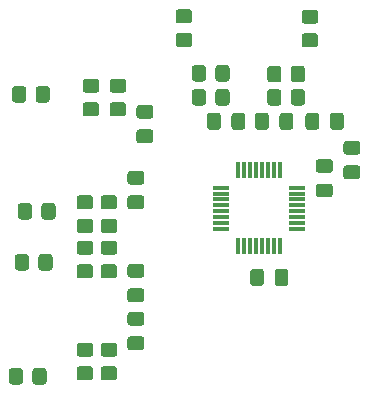
<source format=gbr>
%TF.GenerationSoftware,KiCad,Pcbnew,(5.1.12)-1*%
%TF.CreationDate,2022-06-02T00:13:14+02:00*%
%TF.ProjectId,strain gauge messurment,73747261-696e-4206-9761-756765206d65,rev?*%
%TF.SameCoordinates,Original*%
%TF.FileFunction,Paste,Top*%
%TF.FilePolarity,Positive*%
%FSLAX46Y46*%
G04 Gerber Fmt 4.6, Leading zero omitted, Abs format (unit mm)*
G04 Created by KiCad (PCBNEW (5.1.12)-1) date 2022-06-02 00:13:14*
%MOMM*%
%LPD*%
G01*
G04 APERTURE LIST*
%ADD10R,1.450000X0.300000*%
%ADD11R,0.300000X1.450000*%
G04 APERTURE END LIST*
%TO.C,R18*%
G36*
G01*
X123790000Y-138233999D02*
X123790000Y-139134001D01*
G75*
G02*
X123540001Y-139384000I-249999J0D01*
G01*
X122839999Y-139384000D01*
G75*
G02*
X122590000Y-139134001I0J249999D01*
G01*
X122590000Y-138233999D01*
G75*
G02*
X122839999Y-137984000I249999J0D01*
G01*
X123540001Y-137984000D01*
G75*
G02*
X123790000Y-138233999I0J-249999D01*
G01*
G37*
G36*
G01*
X125790000Y-138233999D02*
X125790000Y-139134001D01*
G75*
G02*
X125540001Y-139384000I-249999J0D01*
G01*
X124839999Y-139384000D01*
G75*
G02*
X124590000Y-139134001I0J249999D01*
G01*
X124590000Y-138233999D01*
G75*
G02*
X124839999Y-137984000I249999J0D01*
G01*
X125540001Y-137984000D01*
G75*
G02*
X125790000Y-138233999I0J-249999D01*
G01*
G37*
%TD*%
%TO.C,R17*%
G36*
G01*
X128581600Y-137830000D02*
X129482400Y-137830000D01*
G75*
G02*
X129732000Y-138079600I0J-249600D01*
G01*
X129732000Y-138780400D01*
G75*
G02*
X129482400Y-139030000I-249600J0D01*
G01*
X128581600Y-139030000D01*
G75*
G02*
X128332000Y-138780400I0J249600D01*
G01*
X128332000Y-138079600D01*
G75*
G02*
X128581600Y-137830000I249600J0D01*
G01*
G37*
G36*
G01*
X128581999Y-135830000D02*
X129482001Y-135830000D01*
G75*
G02*
X129732000Y-136079999I0J-249999D01*
G01*
X129732000Y-136780001D01*
G75*
G02*
X129482001Y-137030000I-249999J0D01*
G01*
X128581999Y-137030000D01*
G75*
G02*
X128332000Y-136780001I0J249999D01*
G01*
X128332000Y-136079999D01*
G75*
G02*
X128581999Y-135830000I249999J0D01*
G01*
G37*
%TD*%
%TO.C,R16*%
G36*
G01*
X124298000Y-128581999D02*
X124298000Y-129482001D01*
G75*
G02*
X124048001Y-129732000I-249999J0D01*
G01*
X123347999Y-129732000D01*
G75*
G02*
X123098000Y-129482001I0J249999D01*
G01*
X123098000Y-128581999D01*
G75*
G02*
X123347999Y-128332000I249999J0D01*
G01*
X124048001Y-128332000D01*
G75*
G02*
X124298000Y-128581999I0J-249999D01*
G01*
G37*
G36*
G01*
X126298000Y-128581999D02*
X126298000Y-129482001D01*
G75*
G02*
X126048001Y-129732000I-249999J0D01*
G01*
X125347999Y-129732000D01*
G75*
G02*
X125098000Y-129482001I0J249999D01*
G01*
X125098000Y-128581999D01*
G75*
G02*
X125347999Y-128332000I249999J0D01*
G01*
X126048001Y-128332000D01*
G75*
G02*
X126298000Y-128581999I0J-249999D01*
G01*
G37*
%TD*%
%TO.C,R15*%
G36*
G01*
X131514001Y-128394000D02*
X130613999Y-128394000D01*
G75*
G02*
X130364000Y-128144001I0J249999D01*
G01*
X130364000Y-127443999D01*
G75*
G02*
X130613999Y-127194000I249999J0D01*
G01*
X131514001Y-127194000D01*
G75*
G02*
X131764000Y-127443999I0J-249999D01*
G01*
X131764000Y-128144001D01*
G75*
G02*
X131514001Y-128394000I-249999J0D01*
G01*
G37*
G36*
G01*
X131514001Y-130394000D02*
X130613999Y-130394000D01*
G75*
G02*
X130364000Y-130144001I0J249999D01*
G01*
X130364000Y-129443999D01*
G75*
G02*
X130613999Y-129194000I249999J0D01*
G01*
X131514001Y-129194000D01*
G75*
G02*
X131764000Y-129443999I0J-249999D01*
G01*
X131764000Y-130144001D01*
G75*
G02*
X131514001Y-130394000I-249999J0D01*
G01*
G37*
%TD*%
%TO.C,R14*%
G36*
G01*
X124552000Y-124263999D02*
X124552000Y-125164001D01*
G75*
G02*
X124302001Y-125414000I-249999J0D01*
G01*
X123601999Y-125414000D01*
G75*
G02*
X123352000Y-125164001I0J249999D01*
G01*
X123352000Y-124263999D01*
G75*
G02*
X123601999Y-124014000I249999J0D01*
G01*
X124302001Y-124014000D01*
G75*
G02*
X124552000Y-124263999I0J-249999D01*
G01*
G37*
G36*
G01*
X126552000Y-124263999D02*
X126552000Y-125164001D01*
G75*
G02*
X126302001Y-125414000I-249999J0D01*
G01*
X125601999Y-125414000D01*
G75*
G02*
X125352000Y-125164001I0J249999D01*
G01*
X125352000Y-124263999D01*
G75*
G02*
X125601999Y-124014000I249999J0D01*
G01*
X126302001Y-124014000D01*
G75*
G02*
X126552000Y-124263999I0J-249999D01*
G01*
G37*
%TD*%
%TO.C,R13*%
G36*
G01*
X130613999Y-125352000D02*
X131514001Y-125352000D01*
G75*
G02*
X131764000Y-125601999I0J-249999D01*
G01*
X131764000Y-126302001D01*
G75*
G02*
X131514001Y-126552000I-249999J0D01*
G01*
X130613999Y-126552000D01*
G75*
G02*
X130364000Y-126302001I0J249999D01*
G01*
X130364000Y-125601999D01*
G75*
G02*
X130613999Y-125352000I249999J0D01*
G01*
G37*
G36*
G01*
X130613999Y-123352000D02*
X131514001Y-123352000D01*
G75*
G02*
X131764000Y-123601999I0J-249999D01*
G01*
X131764000Y-124302001D01*
G75*
G02*
X131514001Y-124552000I-249999J0D01*
G01*
X130613999Y-124552000D01*
G75*
G02*
X130364000Y-124302001I0J249999D01*
G01*
X130364000Y-123601999D01*
G75*
G02*
X130613999Y-123352000I249999J0D01*
G01*
G37*
%TD*%
%TO.C,R12*%
G36*
G01*
X124060000Y-114357600D02*
X124060000Y-115258400D01*
G75*
G02*
X123810400Y-115508000I-249600J0D01*
G01*
X123109600Y-115508000D01*
G75*
G02*
X122860000Y-115258400I0J249600D01*
G01*
X122860000Y-114357600D01*
G75*
G02*
X123109600Y-114108000I249600J0D01*
G01*
X123810400Y-114108000D01*
G75*
G02*
X124060000Y-114357600I0J-249600D01*
G01*
G37*
G36*
G01*
X126060000Y-114357999D02*
X126060000Y-115258001D01*
G75*
G02*
X125810001Y-115508000I-249999J0D01*
G01*
X125109999Y-115508000D01*
G75*
G02*
X124860000Y-115258001I0J249999D01*
G01*
X124860000Y-114357999D01*
G75*
G02*
X125109999Y-114108000I249999J0D01*
G01*
X125810001Y-114108000D01*
G75*
G02*
X126060000Y-114357999I0J-249999D01*
G01*
G37*
%TD*%
%TO.C,R11*%
G36*
G01*
X129990001Y-114678000D02*
X129089999Y-114678000D01*
G75*
G02*
X128840000Y-114428001I0J249999D01*
G01*
X128840000Y-113727999D01*
G75*
G02*
X129089999Y-113478000I249999J0D01*
G01*
X129990001Y-113478000D01*
G75*
G02*
X130240000Y-113727999I0J-249999D01*
G01*
X130240000Y-114428001D01*
G75*
G02*
X129990001Y-114678000I-249999J0D01*
G01*
G37*
G36*
G01*
X129990001Y-116678000D02*
X129089999Y-116678000D01*
G75*
G02*
X128840000Y-116428001I0J249999D01*
G01*
X128840000Y-115727999D01*
G75*
G02*
X129089999Y-115478000I249999J0D01*
G01*
X129990001Y-115478000D01*
G75*
G02*
X130240000Y-115727999I0J-249999D01*
G01*
X130240000Y-116428001D01*
G75*
G02*
X129990001Y-116678000I-249999J0D01*
G01*
G37*
%TD*%
%TO.C,R10*%
G36*
G01*
X137864001Y-108804000D02*
X136963999Y-108804000D01*
G75*
G02*
X136714000Y-108554001I0J249999D01*
G01*
X136714000Y-107853999D01*
G75*
G02*
X136963999Y-107604000I249999J0D01*
G01*
X137864001Y-107604000D01*
G75*
G02*
X138114000Y-107853999I0J-249999D01*
G01*
X138114000Y-108554001D01*
G75*
G02*
X137864001Y-108804000I-249999J0D01*
G01*
G37*
G36*
G01*
X137864001Y-110804000D02*
X136963999Y-110804000D01*
G75*
G02*
X136714000Y-110554001I0J249999D01*
G01*
X136714000Y-109853999D01*
G75*
G02*
X136963999Y-109604000I249999J0D01*
G01*
X137864001Y-109604000D01*
G75*
G02*
X138114000Y-109853999I0J-249999D01*
G01*
X138114000Y-110554001D01*
G75*
G02*
X137864001Y-110804000I-249999J0D01*
G01*
G37*
%TD*%
%TO.C,R9*%
G36*
G01*
X140084000Y-113480001D02*
X140084000Y-112579999D01*
G75*
G02*
X140333999Y-112330000I249999J0D01*
G01*
X141034001Y-112330000D01*
G75*
G02*
X141284000Y-112579999I0J-249999D01*
G01*
X141284000Y-113480001D01*
G75*
G02*
X141034001Y-113730000I-249999J0D01*
G01*
X140333999Y-113730000D01*
G75*
G02*
X140084000Y-113480001I0J249999D01*
G01*
G37*
G36*
G01*
X138084000Y-113480001D02*
X138084000Y-112579999D01*
G75*
G02*
X138333999Y-112330000I249999J0D01*
G01*
X139034001Y-112330000D01*
G75*
G02*
X139284000Y-112579999I0J-249999D01*
G01*
X139284000Y-113480001D01*
G75*
G02*
X139034001Y-113730000I-249999J0D01*
G01*
X138333999Y-113730000D01*
G75*
G02*
X138084000Y-113480001I0J249999D01*
G01*
G37*
%TD*%
%TO.C,R8*%
G36*
G01*
X148532001Y-108836000D02*
X147631999Y-108836000D01*
G75*
G02*
X147382000Y-108586001I0J249999D01*
G01*
X147382000Y-107885999D01*
G75*
G02*
X147631999Y-107636000I249999J0D01*
G01*
X148532001Y-107636000D01*
G75*
G02*
X148782000Y-107885999I0J-249999D01*
G01*
X148782000Y-108586001D01*
G75*
G02*
X148532001Y-108836000I-249999J0D01*
G01*
G37*
G36*
G01*
X148532001Y-110836000D02*
X147631999Y-110836000D01*
G75*
G02*
X147382000Y-110586001I0J249999D01*
G01*
X147382000Y-109885999D01*
G75*
G02*
X147631999Y-109636000I249999J0D01*
G01*
X148532001Y-109636000D01*
G75*
G02*
X148782000Y-109885999I0J-249999D01*
G01*
X148782000Y-110586001D01*
G75*
G02*
X148532001Y-110836000I-249999J0D01*
G01*
G37*
%TD*%
%TO.C,R7*%
G36*
G01*
X146466000Y-113543501D02*
X146466000Y-112643499D01*
G75*
G02*
X146715999Y-112393500I249999J0D01*
G01*
X147416001Y-112393500D01*
G75*
G02*
X147666000Y-112643499I0J-249999D01*
G01*
X147666000Y-113543501D01*
G75*
G02*
X147416001Y-113793500I-249999J0D01*
G01*
X146715999Y-113793500D01*
G75*
G02*
X146466000Y-113543501I0J249999D01*
G01*
G37*
G36*
G01*
X144466000Y-113543501D02*
X144466000Y-112643499D01*
G75*
G02*
X144715999Y-112393500I249999J0D01*
G01*
X145416001Y-112393500D01*
G75*
G02*
X145666000Y-112643499I0J-249999D01*
G01*
X145666000Y-113543501D01*
G75*
G02*
X145416001Y-113793500I-249999J0D01*
G01*
X144715999Y-113793500D01*
G75*
G02*
X144466000Y-113543501I0J249999D01*
G01*
G37*
%TD*%
%TO.C,R6*%
G36*
G01*
X130613999Y-137830000D02*
X131514001Y-137830000D01*
G75*
G02*
X131764000Y-138079999I0J-249999D01*
G01*
X131764000Y-138780001D01*
G75*
G02*
X131514001Y-139030000I-249999J0D01*
G01*
X130613999Y-139030000D01*
G75*
G02*
X130364000Y-138780001I0J249999D01*
G01*
X130364000Y-138079999D01*
G75*
G02*
X130613999Y-137830000I249999J0D01*
G01*
G37*
G36*
G01*
X130613999Y-135830000D02*
X131514001Y-135830000D01*
G75*
G02*
X131764000Y-136079999I0J-249999D01*
G01*
X131764000Y-136780001D01*
G75*
G02*
X131514001Y-137030000I-249999J0D01*
G01*
X130613999Y-137030000D01*
G75*
G02*
X130364000Y-136780001I0J249999D01*
G01*
X130364000Y-136079999D01*
G75*
G02*
X130613999Y-135830000I249999J0D01*
G01*
G37*
%TD*%
%TO.C,R5*%
G36*
G01*
X129482001Y-128394000D02*
X128581999Y-128394000D01*
G75*
G02*
X128332000Y-128144001I0J249999D01*
G01*
X128332000Y-127443999D01*
G75*
G02*
X128581999Y-127194000I249999J0D01*
G01*
X129482001Y-127194000D01*
G75*
G02*
X129732000Y-127443999I0J-249999D01*
G01*
X129732000Y-128144001D01*
G75*
G02*
X129482001Y-128394000I-249999J0D01*
G01*
G37*
G36*
G01*
X129482001Y-130394000D02*
X128581999Y-130394000D01*
G75*
G02*
X128332000Y-130144001I0J249999D01*
G01*
X128332000Y-129443999D01*
G75*
G02*
X128581999Y-129194000I249999J0D01*
G01*
X129482001Y-129194000D01*
G75*
G02*
X129732000Y-129443999I0J-249999D01*
G01*
X129732000Y-130144001D01*
G75*
G02*
X129482001Y-130394000I-249999J0D01*
G01*
G37*
%TD*%
%TO.C,R4*%
G36*
G01*
X128581999Y-125352000D02*
X129482001Y-125352000D01*
G75*
G02*
X129732000Y-125601999I0J-249999D01*
G01*
X129732000Y-126302001D01*
G75*
G02*
X129482001Y-126552000I-249999J0D01*
G01*
X128581999Y-126552000D01*
G75*
G02*
X128332000Y-126302001I0J249999D01*
G01*
X128332000Y-125601999D01*
G75*
G02*
X128581999Y-125352000I249999J0D01*
G01*
G37*
G36*
G01*
X128581999Y-123352000D02*
X129482001Y-123352000D01*
G75*
G02*
X129732000Y-123601999I0J-249999D01*
G01*
X129732000Y-124302001D01*
G75*
G02*
X129482001Y-124552000I-249999J0D01*
G01*
X128581999Y-124552000D01*
G75*
G02*
X128332000Y-124302001I0J249999D01*
G01*
X128332000Y-123601999D01*
G75*
G02*
X128581999Y-123352000I249999J0D01*
G01*
G37*
%TD*%
%TO.C,R3*%
G36*
G01*
X132276001Y-114678000D02*
X131375999Y-114678000D01*
G75*
G02*
X131126000Y-114428001I0J249999D01*
G01*
X131126000Y-113727999D01*
G75*
G02*
X131375999Y-113478000I249999J0D01*
G01*
X132276001Y-113478000D01*
G75*
G02*
X132526000Y-113727999I0J-249999D01*
G01*
X132526000Y-114428001D01*
G75*
G02*
X132276001Y-114678000I-249999J0D01*
G01*
G37*
G36*
G01*
X132276400Y-116678000D02*
X131375600Y-116678000D01*
G75*
G02*
X131126000Y-116428400I0J249600D01*
G01*
X131126000Y-115727600D01*
G75*
G02*
X131375600Y-115478000I249600J0D01*
G01*
X132276400Y-115478000D01*
G75*
G02*
X132526000Y-115727600I0J-249600D01*
G01*
X132526000Y-116428400D01*
G75*
G02*
X132276400Y-116678000I-249600J0D01*
G01*
G37*
%TD*%
%TO.C,R2*%
G36*
G01*
X140084000Y-115512001D02*
X140084000Y-114611999D01*
G75*
G02*
X140333999Y-114362000I249999J0D01*
G01*
X141034001Y-114362000D01*
G75*
G02*
X141284000Y-114611999I0J-249999D01*
G01*
X141284000Y-115512001D01*
G75*
G02*
X141034001Y-115762000I-249999J0D01*
G01*
X140333999Y-115762000D01*
G75*
G02*
X140084000Y-115512001I0J249999D01*
G01*
G37*
G36*
G01*
X138084000Y-115512001D02*
X138084000Y-114611999D01*
G75*
G02*
X138333999Y-114362000I249999J0D01*
G01*
X139034001Y-114362000D01*
G75*
G02*
X139284000Y-114611999I0J-249999D01*
G01*
X139284000Y-115512001D01*
G75*
G02*
X139034001Y-115762000I-249999J0D01*
G01*
X138333999Y-115762000D01*
G75*
G02*
X138084000Y-115512001I0J249999D01*
G01*
G37*
%TD*%
%TO.C,R1*%
G36*
G01*
X146466000Y-115512001D02*
X146466000Y-114611999D01*
G75*
G02*
X146715999Y-114362000I249999J0D01*
G01*
X147416001Y-114362000D01*
G75*
G02*
X147666000Y-114611999I0J-249999D01*
G01*
X147666000Y-115512001D01*
G75*
G02*
X147416001Y-115762000I-249999J0D01*
G01*
X146715999Y-115762000D01*
G75*
G02*
X146466000Y-115512001I0J249999D01*
G01*
G37*
G36*
G01*
X144466000Y-115512001D02*
X144466000Y-114611999D01*
G75*
G02*
X144715999Y-114362000I249999J0D01*
G01*
X145416001Y-114362000D01*
G75*
G02*
X145666000Y-114611999I0J-249999D01*
G01*
X145666000Y-115512001D01*
G75*
G02*
X145416001Y-115762000I-249999J0D01*
G01*
X144715999Y-115762000D01*
G75*
G02*
X144466000Y-115512001I0J249999D01*
G01*
G37*
%TD*%
D10*
%TO.C,IC1*%
X140539000Y-122710000D03*
X140539000Y-123210000D03*
X140539000Y-123710000D03*
X140539000Y-124210000D03*
X140539000Y-124710000D03*
X140539000Y-125210000D03*
X140539000Y-125710000D03*
X140539000Y-126210000D03*
D11*
X142014000Y-127685000D03*
X142514000Y-127685000D03*
X143014000Y-127685000D03*
X143514000Y-127685000D03*
X144014000Y-127685000D03*
X144514000Y-127685000D03*
X145014000Y-127685000D03*
X145514000Y-127685000D03*
D10*
X146989000Y-126210000D03*
X146989000Y-125710000D03*
X146989000Y-125210000D03*
X146989000Y-124710000D03*
X146989000Y-124210000D03*
X146989000Y-123710000D03*
X146989000Y-123210000D03*
X146989000Y-122710000D03*
D11*
X145514000Y-121235000D03*
X145014000Y-121235000D03*
X144514000Y-121235000D03*
X144014000Y-121235000D03*
X143514000Y-121235000D03*
X143014000Y-121235000D03*
X142514000Y-121235000D03*
X142014000Y-121235000D03*
%TD*%
%TO.C,C17*%
G36*
G01*
X149775000Y-121462500D02*
X148825000Y-121462500D01*
G75*
G02*
X148575000Y-121212500I0J250000D01*
G01*
X148575000Y-120537500D01*
G75*
G02*
X148825000Y-120287500I250000J0D01*
G01*
X149775000Y-120287500D01*
G75*
G02*
X150025000Y-120537500I0J-250000D01*
G01*
X150025000Y-121212500D01*
G75*
G02*
X149775000Y-121462500I-250000J0D01*
G01*
G37*
G36*
G01*
X149775000Y-123537500D02*
X148825000Y-123537500D01*
G75*
G02*
X148575000Y-123287500I0J250000D01*
G01*
X148575000Y-122612500D01*
G75*
G02*
X148825000Y-122362500I250000J0D01*
G01*
X149775000Y-122362500D01*
G75*
G02*
X150025000Y-122612500I0J-250000D01*
G01*
X150025000Y-123287500D01*
G75*
G02*
X149775000Y-123537500I-250000J0D01*
G01*
G37*
%TD*%
%TO.C,C16*%
G36*
G01*
X151163000Y-120824500D02*
X152113000Y-120824500D01*
G75*
G02*
X152363000Y-121074500I0J-250000D01*
G01*
X152363000Y-121749500D01*
G75*
G02*
X152113000Y-121999500I-250000J0D01*
G01*
X151163000Y-121999500D01*
G75*
G02*
X150913000Y-121749500I0J250000D01*
G01*
X150913000Y-121074500D01*
G75*
G02*
X151163000Y-120824500I250000J0D01*
G01*
G37*
G36*
G01*
X151163000Y-118749500D02*
X152113000Y-118749500D01*
G75*
G02*
X152363000Y-118999500I0J-250000D01*
G01*
X152363000Y-119674500D01*
G75*
G02*
X152113000Y-119924500I-250000J0D01*
G01*
X151163000Y-119924500D01*
G75*
G02*
X150913000Y-119674500I0J250000D01*
G01*
X150913000Y-118999500D01*
G75*
G02*
X151163000Y-118749500I250000J0D01*
G01*
G37*
%TD*%
%TO.C,C14*%
G36*
G01*
X144192500Y-129835000D02*
X144192500Y-130785000D01*
G75*
G02*
X143942500Y-131035000I-250000J0D01*
G01*
X143267500Y-131035000D01*
G75*
G02*
X143017500Y-130785000I0J250000D01*
G01*
X143017500Y-129835000D01*
G75*
G02*
X143267500Y-129585000I250000J0D01*
G01*
X143942500Y-129585000D01*
G75*
G02*
X144192500Y-129835000I0J-250000D01*
G01*
G37*
G36*
G01*
X146267500Y-129835000D02*
X146267500Y-130785000D01*
G75*
G02*
X146017500Y-131035000I-250000J0D01*
G01*
X145342500Y-131035000D01*
G75*
G02*
X145092500Y-130785000I0J250000D01*
G01*
X145092500Y-129835000D01*
G75*
G02*
X145342500Y-129585000I250000J0D01*
G01*
X146017500Y-129585000D01*
G75*
G02*
X146267500Y-129835000I0J-250000D01*
G01*
G37*
%TD*%
%TO.C,C13*%
G36*
G01*
X149780500Y-117568725D02*
X149780500Y-116619275D01*
G75*
G02*
X150030775Y-116369000I250275J0D01*
G01*
X150705225Y-116369000D01*
G75*
G02*
X150955500Y-116619275I0J-250275D01*
G01*
X150955500Y-117568725D01*
G75*
G02*
X150705225Y-117819000I-250275J0D01*
G01*
X150030775Y-117819000D01*
G75*
G02*
X149780500Y-117568725I0J250275D01*
G01*
G37*
G36*
G01*
X147705500Y-117569000D02*
X147705500Y-116619000D01*
G75*
G02*
X147955500Y-116369000I250000J0D01*
G01*
X148630500Y-116369000D01*
G75*
G02*
X148880500Y-116619000I0J-250000D01*
G01*
X148880500Y-117569000D01*
G75*
G02*
X148630500Y-117819000I-250000J0D01*
G01*
X147955500Y-117819000D01*
G75*
G02*
X147705500Y-117569000I0J250000D01*
G01*
G37*
%TD*%
%TO.C,C11*%
G36*
G01*
X144605500Y-116619000D02*
X144605500Y-117569000D01*
G75*
G02*
X144355500Y-117819000I-250000J0D01*
G01*
X143680500Y-117819000D01*
G75*
G02*
X143430500Y-117569000I0J250000D01*
G01*
X143430500Y-116619000D01*
G75*
G02*
X143680500Y-116369000I250000J0D01*
G01*
X144355500Y-116369000D01*
G75*
G02*
X144605500Y-116619000I0J-250000D01*
G01*
G37*
G36*
G01*
X146680500Y-116619000D02*
X146680500Y-117569000D01*
G75*
G02*
X146430500Y-117819000I-250000J0D01*
G01*
X145755500Y-117819000D01*
G75*
G02*
X145505500Y-117569000I0J250000D01*
G01*
X145505500Y-116619000D01*
G75*
G02*
X145755500Y-116369000I250000J0D01*
G01*
X146430500Y-116369000D01*
G75*
G02*
X146680500Y-116619000I0J-250000D01*
G01*
G37*
%TD*%
%TO.C,C9*%
G36*
G01*
X140541500Y-116619000D02*
X140541500Y-117569000D01*
G75*
G02*
X140291500Y-117819000I-250000J0D01*
G01*
X139616500Y-117819000D01*
G75*
G02*
X139366500Y-117569000I0J250000D01*
G01*
X139366500Y-116619000D01*
G75*
G02*
X139616500Y-116369000I250000J0D01*
G01*
X140291500Y-116369000D01*
G75*
G02*
X140541500Y-116619000I0J-250000D01*
G01*
G37*
G36*
G01*
X142616500Y-116619000D02*
X142616500Y-117569000D01*
G75*
G02*
X142366500Y-117819000I-250000J0D01*
G01*
X141691500Y-117819000D01*
G75*
G02*
X141441500Y-117569000I0J250000D01*
G01*
X141441500Y-116619000D01*
G75*
G02*
X141691500Y-116369000I250000J0D01*
G01*
X142366500Y-116369000D01*
G75*
G02*
X142616500Y-116619000I0J-250000D01*
G01*
G37*
%TD*%
%TO.C,C6*%
G36*
G01*
X132875000Y-135302500D02*
X133825000Y-135302500D01*
G75*
G02*
X134075000Y-135552500I0J-250000D01*
G01*
X134075000Y-136227500D01*
G75*
G02*
X133825000Y-136477500I-250000J0D01*
G01*
X132875000Y-136477500D01*
G75*
G02*
X132625000Y-136227500I0J250000D01*
G01*
X132625000Y-135552500D01*
G75*
G02*
X132875000Y-135302500I250000J0D01*
G01*
G37*
G36*
G01*
X132875000Y-133227500D02*
X133825000Y-133227500D01*
G75*
G02*
X134075000Y-133477500I0J-250000D01*
G01*
X134075000Y-134152500D01*
G75*
G02*
X133825000Y-134402500I-250000J0D01*
G01*
X132875000Y-134402500D01*
G75*
G02*
X132625000Y-134152500I0J250000D01*
G01*
X132625000Y-133477500D01*
G75*
G02*
X132875000Y-133227500I250000J0D01*
G01*
G37*
%TD*%
%TO.C,C5*%
G36*
G01*
X132875275Y-131238500D02*
X133824725Y-131238500D01*
G75*
G02*
X134075000Y-131488775I0J-250275D01*
G01*
X134075000Y-132163225D01*
G75*
G02*
X133824725Y-132413500I-250275J0D01*
G01*
X132875275Y-132413500D01*
G75*
G02*
X132625000Y-132163225I0J250275D01*
G01*
X132625000Y-131488775D01*
G75*
G02*
X132875275Y-131238500I250275J0D01*
G01*
G37*
G36*
G01*
X132875000Y-129163500D02*
X133825000Y-129163500D01*
G75*
G02*
X134075000Y-129413500I0J-250000D01*
G01*
X134075000Y-130088500D01*
G75*
G02*
X133825000Y-130338500I-250000J0D01*
G01*
X132875000Y-130338500D01*
G75*
G02*
X132625000Y-130088500I0J250000D01*
G01*
X132625000Y-129413500D01*
G75*
G02*
X132875000Y-129163500I250000J0D01*
G01*
G37*
%TD*%
%TO.C,C4*%
G36*
G01*
X132875000Y-123364500D02*
X133825000Y-123364500D01*
G75*
G02*
X134075000Y-123614500I0J-250000D01*
G01*
X134075000Y-124289500D01*
G75*
G02*
X133825000Y-124539500I-250000J0D01*
G01*
X132875000Y-124539500D01*
G75*
G02*
X132625000Y-124289500I0J250000D01*
G01*
X132625000Y-123614500D01*
G75*
G02*
X132875000Y-123364500I250000J0D01*
G01*
G37*
G36*
G01*
X132875000Y-121289500D02*
X133825000Y-121289500D01*
G75*
G02*
X134075000Y-121539500I0J-250000D01*
G01*
X134075000Y-122214500D01*
G75*
G02*
X133825000Y-122464500I-250000J0D01*
G01*
X132875000Y-122464500D01*
G75*
G02*
X132625000Y-122214500I0J250000D01*
G01*
X132625000Y-121539500D01*
G75*
G02*
X132875000Y-121289500I250000J0D01*
G01*
G37*
%TD*%
%TO.C,C3*%
G36*
G01*
X133637275Y-117776500D02*
X134586725Y-117776500D01*
G75*
G02*
X134837000Y-118026775I0J-250275D01*
G01*
X134837000Y-118701225D01*
G75*
G02*
X134586725Y-118951500I-250275J0D01*
G01*
X133637275Y-118951500D01*
G75*
G02*
X133387000Y-118701225I0J250275D01*
G01*
X133387000Y-118026775D01*
G75*
G02*
X133637275Y-117776500I250275J0D01*
G01*
G37*
G36*
G01*
X133637000Y-115701500D02*
X134587000Y-115701500D01*
G75*
G02*
X134837000Y-115951500I0J-250000D01*
G01*
X134837000Y-116626500D01*
G75*
G02*
X134587000Y-116876500I-250000J0D01*
G01*
X133637000Y-116876500D01*
G75*
G02*
X133387000Y-116626500I0J250000D01*
G01*
X133387000Y-115951500D01*
G75*
G02*
X133637000Y-115701500I250000J0D01*
G01*
G37*
%TD*%
M02*

</source>
